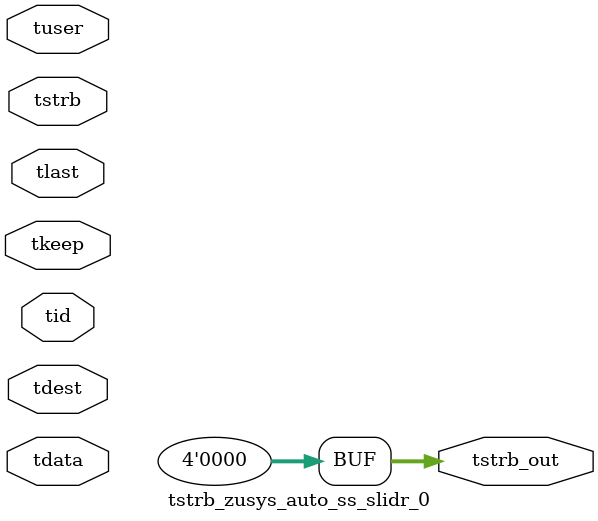
<source format=v>


`timescale 1ps/1ps

module tstrb_zusys_auto_ss_slidr_0 #
(
parameter C_S_AXIS_TDATA_WIDTH = 32,
parameter C_S_AXIS_TUSER_WIDTH = 0,
parameter C_S_AXIS_TID_WIDTH   = 0,
parameter C_S_AXIS_TDEST_WIDTH = 0,
parameter C_M_AXIS_TDATA_WIDTH = 32
)
(
input  [(C_S_AXIS_TDATA_WIDTH == 0 ? 1 : C_S_AXIS_TDATA_WIDTH)-1:0     ] tdata,
input  [(C_S_AXIS_TUSER_WIDTH == 0 ? 1 : C_S_AXIS_TUSER_WIDTH)-1:0     ] tuser,
input  [(C_S_AXIS_TID_WIDTH   == 0 ? 1 : C_S_AXIS_TID_WIDTH)-1:0       ] tid,
input  [(C_S_AXIS_TDEST_WIDTH == 0 ? 1 : C_S_AXIS_TDEST_WIDTH)-1:0     ] tdest,
input  [(C_S_AXIS_TDATA_WIDTH/8)-1:0 ] tkeep,
input  [(C_S_AXIS_TDATA_WIDTH/8)-1:0 ] tstrb,
input                                                                    tlast,
output [(C_M_AXIS_TDATA_WIDTH/8)-1:0 ] tstrb_out
);

assign tstrb_out = {1'b0};

endmodule


</source>
